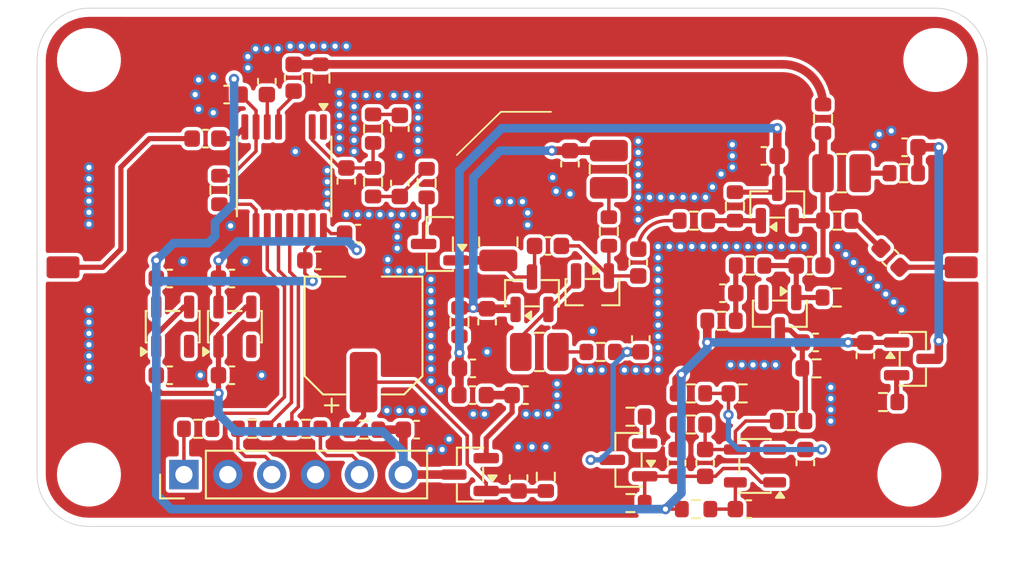
<source format=kicad_pcb>
(kicad_pcb (version 20241229) (generator "pcbnew") (generator_version "9.0")
  (layers (0 "F.Cu" signal) (4 "In1.Cu" signal) (6 "In2.Cu" signal) (2 "B.Cu" signal) (13 "F.Paste" user) (15 "B.Paste" user) (5 "F.SilkS" user "F.Silkscreen") (7 "B.SilkS" user "B.Silkscreen") (1 "F.Mask" user) (3 "B.Mask" user) (25 "Edge.Cuts" user))
  (net 0 "")
  (net 1 "/PLL/Vcp")
  (net 2 "/PLL/Vdd")
  (net 3 "Earth")
  (net 4 "Net-(U1-RFinA)")
  (net 5 "Net-(U1-RFinB)")
  (net 6 "/PLL/REFin")
  (net 7 "Net-(C7-Pad1)")
  (net 8 "Net-(U1-REFin)")
  (net 9 "Net-(U1-CP)")
  (net 10 "/PLL/VCOCTL")
  (net 11 "Net-(Q1-B)")
  (net 12 "/VCO/+10V")
  (net 13 "/power/+10Vin")
  (net 14 "Net-(D4-A)")
  (net 15 "Net-(Q9-E)")
  (net 16 "Net-(C19-Pad1)")
  (net 17 "Net-(D4-K)")
  (net 18 "Net-(DA2-+)")
  (net 19 "Net-(DA2-+Vs)")
  (net 20 "Net-(Q8-D)")
  (net 21 "Net-(D5-A1)")
  (net 22 "Net-(Q7-B)")
  (net 23 "Net-(C25-Pad1)")
  (net 24 "Net-(DA2--)")
  (net 25 "Net-(Q6-D)")
  (net 26 "Net-(Q7-C)")
  (net 27 "Net-(C30-Pad2)")
  (net 28 "Net-(Q9-C)")
  (net 29 "Net-(Q10-C)")
  (net 30 "Net-(C34-Pad1)")
  (net 31 "/VCO/VCOOUT")
  (net 32 "Net-(D5-K)")
  (net 33 "/PLL/LE")
  (net 34 "/PLL/CLK")
  (net 35 "/PLL/DATA")
  (net 36 "Net-(L9-Pad2)")
  (net 37 "Net-(Q6-S)")
  (net 38 "Net-(L10-Pad2)")
  (net 39 "Net-(L11-Pad2)")
  (net 40 "Net-(Q7-E)")
  (net 41 "Net-(Q9-B)")
  (net 42 "Net-(Q10-E)")
  (net 43 "/PLL/RFin")
  (net 44 "Net-(U1-CE)")
  (net 45 "Net-(U1-LE)")
  (net 46 "Net-(U1-CLK)")
  (net 47 "Net-(U1-DATA)")
  (footprint "Package_TO_SOT_SMD:SOT-23-5" (layer "F.Cu") (at 131.499999 126.9375 90)
    (property "Reference" "U3" (hide yes))
    (property "Value" "MCP1804x-5002xOT")
  )
  (footprint "Resistor_SMD:R_0603_1608Metric" (layer "F.Cu") (at 152.675 128.4)
    (property "Reference" "R35" (hide yes))
    (property "Value" "560")
  )
  (footprint "MountingHole:MountingHole_3.2mm_M3" (layer "F.Cu") (at 123.05 111.5)
    (property "Reference" "H2" (hide yes))
    (property "Value" "MountingHole")
  )
  (footprint "Resistor_SMD:R_0603_1608Metric" (layer "F.Cu") (at 157.900001 132.6 180)
    (property "Reference" "R30" (hide yes))
    (property "Value" "1 k")
  )
  (footprint "Capacitor_SMD:C_0603_1608Metric" (layer "F.Cu") (at 141.05 115.475 -90)
    (property "Reference" "C7" (hide yes))
    (property "Value" "2 nF")
  )
  (footprint "Resistor_SMD:R_0603_1608Metric" (layer "F.Cu") (at 138.975 132.9 180)
    (property "Reference" "R12" (hide yes))
    (property "Value" "1 k")
  )
  (footprint "Inductor_SMD:L_1008_2520Metric" (layer "F.Cu") (at 149.125 128.4)
    (property "Reference" "L10" (hide yes))
    (property "Value" "220 nH")
  )
  (footprint "Capacitor_SMD:C_0603_1608Metric" (layer "F.Cu") (at 133.35 112.725 -90)
    (property "Reference" "C3" (hide yes))
    (property "Value" "100 pF")
  )
  (footprint "Resistor_SMD:R_0603_1608Metric" (layer "F.Cu") (at 158.200001 137.5 180)
    (property "Reference" "R31" (hide yes))
    (property "Value" "100")
  )
  (footprint "Resistor_SMD:R_0603_1608Metric" (layer "F.Cu") (at 139.5 115.475 90)
    (property "Reference" "R11" (hide yes))
    (property "Value" "8.2 k")
  )
  (footprint "Resistor_SMD:R_0603_1608Metric" (layer "F.Cu") (at 169.025 131.3 180)
    (property "Reference" "R41" (hide yes))
    (property "Value" "220")
  )
  (footprint "Inductor_SMD:L_1008_2520Metric" (layer "F.Cu") (at 153.15 117.825 -90)
    (property "Reference" "L9" (hide yes))
    (property "Value" "2.2 uH")
  )
  (footprint "MountingHole:MountingHole_3.2mm_M3" (layer "F.Cu") (at 123.05 135.5)
    (property "Reference" "H1" (hide yes))
    (property "Value" "MountingHole")
  )
  (footprint "Capacitor_SMD:C_0603_1608Metric" (layer "F.Cu") (at 164.775 123.4 180)
    (property "Reference" "C18" (hide yes))
    (property "Value" "100 pF")
  )
  (footprint "Capacitor_SMD:C_0603_1608Metric" (layer "F.Cu") (at 150.9 117.525 -90)
    (property "Reference" "C27" (hide yes))
    (property "Value" "10 nF")
  )
  (footprint "Package_TO_SOT_SMD:SOT-23" (layer "F.Cu") (at 143.3625 122.15 180)
    (property "Reference" "D5" (hide yes))
    (property "Value" "SMV1253-004")
  )
  (footprint "Resistor_SMD:R_0603_1608Metric" (layer "F.Cu") (at 165.175 129.35)
    (property "Reference" "R24" (hide yes))
    (property "Value" "100 k")
  )
  (footprint "Resistor_SMD:R_0603_1608Metric" (layer "F.Cu") (at 161.325 123.4)
    (property "Reference" "R9" (hide yes))
    (property "Value" "100 k")
  )
  (footprint "Capacitor_SMD:C_0603_1608Metric" (layer "F.Cu") (at 148.325 130.9)
    (property "Reference" "C10" (hide yes))
    (property "Value" "1 uF")
  )
  (footprint "Capacitor_SMD:C_0603_1608Metric" (layer "F.Cu") (at 141.05 118.625 90)
    (property "Reference" "C8" (hide yes))
    (property "Value" "75 pF")
  )
  (footprint "Capacitor_SMD:C_0603_1608Metric" (layer "F.Cu") (at 162.125 117.05 180)
    (property "Reference" "C16" (hide yes))
    (property "Value" "10 nF")
  )
  (footprint "Resistor_SMD:R_0603_1608Metric" (layer "F.Cu") (at 144.5 126.675 -90)
    (property "Reference" "R37" (hide yes))
    (property "Value" "100")
  )
  (footprint "Resistor_SMD:R_0603_1608Metric" (layer "F.Cu") (at 166.375 120.8)
    (property "Reference" "R42" (hide yes))
    (property "Value" "49.9")
  )
  (footprint "Capacitor_SMD:C_0603_1608Metric" (layer "F.Cu") (at 168 128.625 90)
    (property "Reference" "C31" (hide yes))
    (property "Value" "10 nF")
  )
  (footprint "Package_TO_SOT_SMD:SOT-23" (layer "F.Cu") (at 170.75 128.8)
    (property "Reference" "Q10" (hide yes))
    (property "Value" "BC847C")
  )
  (footprint "Resistor_SMD:R_0603_1608Metric" (layer "F.Cu") (at 154.400001 132.15 180)
    (property "Reference" "R36" (hide yes))
    (property "Value" "100")
  )
  (footprint "Capacitor_SMD:CP_Elec_6.3x5.8" (layer "F.Cu") (at 138.95 127.45 90)
    (property "Reference" "C9" (hide yes))
    (property "Value" "100 uF x 16 V")
  )
  (footprint "Capacitor_SMD:C_0603_1608Metric" (layer "F.Cu") (at 159.725 125 180)
    (property "Reference" "C19" (hide yes))
    (property "Value" "1 nF")
  )
  (footprint "MountingHole:MountingHole_3.2mm_M3" (layer "F.Cu") (at 172.05 111.5)
    (property "Reference" "H3" (hide yes))
    (property "Value" "MountingHole")
  )
  (footprint "Package_TO_SOT_SMD:SOT-23" (layer "F.Cu") (at 163.05 126.1875 -90)
    (property "Reference" "D4" (hide yes))
    (property "Value" "BAT17")
  )
  (footprint "Resistor_SMD:R_0603_1608Metric" (layer "F.Cu") (at 165.55 114.9 90)
    (property "Reference" "R1" (hide yes))
    (property "Value" "49.9")
  )
  (footprint "Resistor_SMD:R_0603_1608Metric" (layer "F.Cu") (at 158.075 120.8)
    (property "Reference" "R38" (hide yes))
    (property "Value" "100")
  )
  (footprint "Resistor_SMD:R_0603_1608Metric" (layer "F.Cu") (at 166.35 125.25)
    (property "Reference" "R23" (hide yes))
    (property "Value" "10 k")
  )
  (footprint "Capacitor_SMD:C_0603_1608Metric" (layer "F.Cu") (at 137.95 118.525 -90)
    (property "Reference" "C6" (hide yes))
    (property "Value" "160 pF")
  )
  (footprint "Resistor_SMD:R_0603_1608Metric" (layer "F.Cu") (at 170.225 118.05)
    (property "Reference" "R40" (hide yes))
    (property "Value" "22")
  )
  (footprint "Capacitor_SMD:C_0603_1608Metric" (layer "F.Cu") (at 154.85 123.225 90)
    (property "Reference" "C30" (hide yes))
    (property "Value" "8.2 pF")
  )
  (footprint "Inductor_SMD:L_1008_2520Metric" (layer "F.Cu") (at 166.625 118.05)
    (property "Reference" "L11" (hide yes))
    (property "Value" "2.2 uH")
  )
  (footprint "Package_TO_SOT_SMD:SOT-23" (layer "F.Cu") (at 154.287501 134.65 180)
    (property "Reference" "Q7" (hide yes))
    (property "Value" "BC847C")
  )
  (footprint "Inductor_SMD:L_1008_2520Metric" (layer "F.Cu") (at 146.75 122.025 -90)
    (property "Reference" "L8" (hide yes))
    (property "Value" "220 nH")
  )
  (footprint "Resistor_SMD:R_0603_1608Metric" (layer "F.Cu") (at 160.45 119.975 -90)
    (property "Reference" "R39" (hide yes))
    (property "Value" "15 k")
  )
  (footprint "Resistor_SMD:R_0603_1608Metric" (layer "F.Cu") (at 153.15 121.425 -90)
    (property "Reference" "R34" (hide yes))
    (property "Value" "100")
  )
  (footprint "Capacitor_SMD:C_0603_1608Metric" (layer "F.Cu") (at 138.625 121.55)
    (property "Reference" "C1" (hide yes))
    (property "Value" "1 uF")
  )
  (footprint "Capacitor_SMD:C_0603_1608Metric" (layer "F.Cu") (at 134.9 112.525 -90)
    (property "Reference" "C4" (hide yes))
    (property "Value" "100 pF")
  )
  (footprint "Capacitor_SMD:C_0603_1608Metric" (layer "F.Cu") (at 129.8 116.05 180)
    (property "Reference" "C5" (hide yes))
    (property "Value" "1 nF")
  )
  (footprint "Capacitor_SMD:C_0603_1608Metric" (layer "F.Cu") (at 157.075001 134.825 -90)
    (property "Reference" "C25" (hide yes))
    (property "Value" "510 pF")
  )
  (footprint "Capacitor_SMD:C_0603_1608Metric" (layer "F.Cu") (at 131.025 113.5 180)
    (property "Reference" "C2" (hide yes))
    (property "Value" "1 uF")
  )
  (footprint "MountingHole:MountingHole_3.2mm_M3" (layer "F.Cu") (at 170.55 135.5)
    (property "Reference" "H4" (hide yes))
    (property "Value" "MountingHole")
  )
  (footprint "Capacitor_SMD:C_0603_1608Metric" (layer "F.Cu") (at 155 127.625 90)
    (property "Reference" "C29" (hide yes))
    (property "Value" "1 nF")
  )
  (footprint "Capacitor_SMD:C_0603_1608Metric" (layer "F.Cu") (at 170.275 116.55 180)
    (property "Reference" "C33" (hide yes))
    (property "Value" "10 nF")
  )
  (footprint "Capacitor_SMD:C_0603_1608Metric" (layer "F.Cu") (at 165.125 127.85 180)
    (property "Reference" "C21" (hide yes))
    (property "Value" "510 pF")
  )
  (footprint "Resistor_SMD:R_0603_1608Metric" (layer "F.Cu") (at 163.700001 132.4 180)
    (property "Reference" "R29" (hide yes))
    (property "Value" "1 k")
  )
  (footprint "Resistor_SMD:R_0603_1608Metric" (layer "F.Cu") (at 135.625 132.85 180)
    (property "Reference" "R6" (hide yes))
    (property "Value" "100")
  )
  (footprint "RF-connectors:RF-PCB-pin-place" (layer "F.Cu") (at 173.55 123.5)
    (property "Reference" "XS2" (hide yes))
    (property "Value" "~")
  )
  (footprint "Package_TO_SOT_SMD:SOT-23-5" (layer "F.Cu") (at 127.899999 126.9375 90)
    (property "Reference" "U2" (hide yes))
    (property "Value" "MCP1804x-3302xOT")
  )
  (footprint "Capacitor_SMD:C_0603_1608Metric" (layer "F.Cu") (at 146.1 126.675 -90)
    (property "Reference" "C28" (hide yes))
    (property "Value" "1 nF")
  )
  (footprint "Resistor_SMD:R_0603_1608Metric" (layer "F.Cu") (at 160.900001 130.8 180)
    (property "Reference" "R28" (hide yes))
    (property "Value" "1 k")
  )
  (footprint "Package_TO_SOT_SMD:SOT-23" (layer "F.Cu") (at 162.9 119.8625 90)
    (property "Reference" "Q9" (hide yes))
    (property "Value" "BFR92P")
  )
  (footprint "Capacitor_SMD:C_0603_1608Metric" (layer "F.Cu") (at 127.724998 124.15)
    (property "Reference" "C12" (hide yes))
    (property "Value" "1 uF")
  )
  (footprint "Capacitor_SMD:C_0603_1608Metric" (layer "F.Cu") (at 158.725001 134.825 -90)
    (property "Reference" "C26" (hide yes))
    (property "Value" "1 nF")
  )
  (footprint "Package_TO_SOT_SMD:SOT-23" (layer "F.Cu") (at 145.1125 135.5 180)
    (property "Reference" "Q1" (hide yes))
    (property "Value" "BC847C")
  )
  (footprint "Resistor_SMD:R_0603_1608Metric" (layer "F.Cu") (at 132.5 132.85)
    (property "Reference" "R8" (hide yes))
    (property "Value" "100")
  )
  (footprint "Package_TO_SOT_SMD:SOT-23" (layer "F.Cu") (at 152.2 124.9375 -90)
    (property "Reference" "Q8" (hide yes))
    (property "Value" "MMBFJ310")
  )
  (footprint "Capacitor_SMD:C_0603_1608Metric" (layer "F.Cu") (at 142.025 132.9)
    (property "Reference" "C15" (hide yes))
    (property "Value" "1 uF")
  )
  (footprint "Package_TO_SOT_SMD:SOT-23" (layer "F.Cu") (at 148.7 125 90)
    (property "Reference" "Q6" (hide yes))
    (property "Value" "MMBFJ310")
  )
  (footprint "Resistor_SMD:R_0603_1608Metric" (layer "F.Cu") (at 130.6 119.025 90)
    (property "Reference" "R5" (hide yes))
    (property "Value" "100")
  )
  (footprint "Capacitor_SMD:C_0603_1608Metric" (layer "F.Cu") (at 149.625 122.2625)
    (property "Reference" "C24" (hide yes))
    (property "Value" "10 pF")
  )
  (footprint "Resistor_SMD:R_0603_1608Metric" (layer "F.Cu") (at 136.45 112.575 -90)
    (property "Reference" "R3" (hide yes))
    (property "Value" "49.9")
  )
  (footprint "Resistor_SMD:R_0603_1608Metric" (layer "F.Cu") (at 159.675 126.6)
    (property "Reference" "R25" (hide yes))
    (property "Value" "1 k")
  )
  (footprint "Capacitor_SMD:C_0603_1608Metric" (layer "F.Cu") (at 147.924999 135.675 90)
    (property "Reference" "C17" (hide yes))
    (property "Value" "1 uF")
  )
  (footprint "Capacitor_SMD:C_0603_1608Metric" (layer "F.Cu") (at 169.451992 122.951992 -45)
    (property "Reference" "C34" (hide yes))
    (property "Value" "100 pF")
  )
  (footprint "Capacitor_SMD:C_0603_1608Metric" (layer "F.Cu") (at 164.525001 134.825 90)
    (property "Reference" "C22" (hide yes))
    (property "Value" "10 nF")
  )
  (footprint "Resistor_SMD:R_0603_1608Metric" (layer "F.Cu") (at 157.900001 130.8)
    (property "Reference" "R27" (hide yes))
    (property "Value" "3.3 k")
  )
  (footprint "Capacitor_SMD:C_0603_1608Metric" (layer "F.Cu") (at 131.325 124.15)
    (property "Reference" "C14" (hide yes))
    (property "Value" "1 uF")
  )
  (footprint "Resistor_SMD:R_0603_1608Metric" (layer "F.Cu") (at 129.375 132.85)
    (property "Reference" "R7" (hide yes))
    (property "Value" "100")
  )
  (footprint "Connector_PinHeader_2.54mm:PinHeader_1x06_P2.54mm_Vertical" (layer "F.Cu") (at 128.55 135.5 90)
    (property "Reference" "J3" (hide yes))
    (property "Value" "Conn_01x06_Pin")
  )
  (footprint "Resistor_SMD:R_0603_1608Metric" (layer "F.Cu") (at 142.6 118.625 -90)
    (property "Reference" "R4" (hide yes))
    (property "Value" "10 k")
  )
  (footprint "Capacitor_SMD:C_0603_1608Metric" (layer "F.Cu") (at 136.325 123.1)
    (property "Reference" "C20" (hide yes))
    (property "Value" "1 uF")
  )
  (footprint "Capacitor_SMD:C_0603_1608Metric" (layer "F.Cu") (at 127.724998 129.75)
    (property "Reference" "C11" (hide yes))
    (property "Value" "1 uF")
  )
  (footprint "Resistor_SMD:R_0603_1608Metric" (layer "F.Cu") (at 154.400001 137.15 180)
    (property "Reference" "R33" (hide yes))
    (property "Value" "100 k")
  )
  (footprint "Inductor_SMD:L_0603_1608Metric" (layer "F.Cu") (at 145.262499 130.9)
    (property "Reference" "L12" (hide yes))
    (property "Value" "1 uH")
  )
  (footprint "Capacitor_SMD:C_0603_1608Metric" (layer "F.Cu") (at 161.250001 137.5)
    (property "Reference" "C23" (hide yes))
    (property "Value" "10 nF")
  )
  (footprint "Capacitor_SMD:C_0603_1608Metric" (layer "F.Cu") (at 131.325 129.75)
    (property "Reference" "C13" (hide yes))
    (property "Value" "1 uF")
  )
  (footprint "RF-connectors:RF-PCB-pin-place" (layer "F.Cu") (at 121.55 123.5)
    (property "Reference" "XS1" (hide yes))
    (property "Value" "~")
  )
  (footprint "Capacitor_SMD:C_0603_1608Metric" (layer "F.Cu") (at 145.275 129.35)
    (property "Reference" "C32" (hide yes))
    (property "Value" "10 nF")
  )
  (footprint "Resistor_SMD:R_0603_1608Metric" (layer "F.Cu") (at 139.5 118.575 -90)
    (property "Reference" "R10" (hide yes))
    (property "Value" "15 k")
  )
  (footprint "Package_SO:TSSOP-16_4.4x5mm_P0.65mm" (layer "F.Cu") (at 134.35 118.237499 -90)
    (property "Reference" "U1" (hide yes))
    (property "Value" "ADF4116")
  )
  (footprint "Resistor_SMD:R_0603_1608Metric" (layer "F.Cu") (at 149.5 135.625 90)
    (property "Reference" "R2" (hide yes))
    (property "Value" "1 k")
  )
  (footprint "Package_TO_SOT_SMD:SOT-23-5" (layer "F.Cu") (at 161.612501 134.999999 180)
    (property "Reference" "DA2" (hide yes))
    (property "Value" "MCP6006T")
  )
  (gr_line (start 149.8 114.5) (end 146.9 114.5) (stroke (width 0.1)) (layer "F.SilkS"))
  (gr_line (start 146.9 114.5) (end 144.35 117) (stroke (width 0.1)) (layer "F.SilkS"))
  (gr_line (start 123.05 108.5) (end 172.110296 108.500607) (stroke (width 0.05)) (layer "Edge.Cuts"))
  (gr_arc (start 120.05 111.5) (mid 120.92868 109.37868) (end 123.05 108.5) (stroke (width 0.05)) (layer "Edge.Cuts"))
  (gr_arc (start 123.05 138.5) (mid 120.92868 137.62132) (end 120.05 135.5) (stroke (width 0.05)) (layer "Edge.Cuts"))
  (gr_line (start 172.05 138.5) (end 123.05 138.5) (stroke (width 0.05)) (layer "Edge.Cuts"))
  (gr_line (start 175.05 111.5) (end 175.05 135.5) (stroke (width 0.05)) (layer "Edge.Cuts"))
  (gr_arc (start 175.05 135.5) (mid 174.17132 137.62132) (end 172.05 138.5) (stroke (width 0.05)) (layer "Edge.Cuts"))
  (gr_line (start 120.05 135.5) (end 120.05 111.5) (stroke (width 0.05)) (layer "Edge.Cuts"))
  (gr_arc (start 172.110332 108.500607) (mid 174.192545 109.400119) (end 175.05 111.5) (stroke (width 0.05)) (layer "Edge.Cuts"))
  (segment (start 137.85 121.793739) (end 138.556261 122.5) (width 0.2) (layer "F.Cu") (net 1))
  (segment (start 130.55 124.15) (end 130.55 123.1) (width 0.3) (layer "F.Cu") (net 1))
  (segment (start 136.625 121.099999) (end 137.075001 121.55) (width 0.2) (layer "F.Cu") (net 1))
  (segment (start 137.075001 121.55) (end 137.85 121.55) (width 0.2) (layer "F.Cu") (net 1))
  (segment (start 130.55 124.15) (end 130.55 125.8) (width 0.3) (layer "F.Cu") (net 1))
  (segment (start 137.85 121.55) (end 137.85 121.793739) (width 0.2) (layer "F.Cu") (net 1))
  (segment (start 137.75 121.65) (end 137.85 121.55) (width 0.2) (layer "F.Cu") (net 1))
  (via (at 130.55 123.1) (size 0.6) (drill 0.3) (layers "F.Cu" "B.Cu") (net 1))
  (via (at 138.556261 122.5) (size 0.6) (drill 0.3) (layers "F.Cu" "B.Cu") (net 1))
  (segment (start 138.056261 122) (end 138.556261 122.5) (width 0.5) (layer "B.Cu") (net 1))
  (segment (start 130.55 123.1) (end 131.65 122) (width 0.5) (layer "B.Cu") (net 1))
  (segment (start 131.65 122) (end 138.056261 122) (width 0.5) (layer "B.Cu") (net 1))
  (segment (start 157.375001 137.5) (end 156.425001 137.5) (width 0.2) (layer "F.Cu") (net 2))
  (segment (start 131.449997 113.149997) (end 131.449997 112.6) (width 0.2) (layer "F.Cu") (net 2))
  (segment (start 168 127.85) (end 167 127.85) (width 0.5) (layer "F.Cu") (net 2))
  (segment (start 135.55 123.85) (end 136 124.3) (width 0.2) (layer "F.Cu") (net 2))
  (segment (start 132.725 116.775) (end 131.3 118.2) (width 0.2) (layer "F.Cu") (net 2))
  (segment (start 135.55 122.45) (end 135.55 123.1) (width 0.2) (layer "F.Cu") (net 2))
  (segment (start 157.075001 129.974999) (end 157.35 129.7) (width 0.5) (layer "F.Cu") (net 2))
  (segment (start 126.949998 125.799998) (end 126.95 125.8) (width 0.3) (layer "F.Cu") (net 2))
  (segment (start 126.949998 124.15) (end 126.949998 125.799998) (width 0.3) (layer "F.Cu") (net 2))
  (segment (start 169.8125 127.85) (end 168 127.85) (width 0.3) (layer "F.Cu") (net 2))
  (segment (start 132.725 115.374999) (end 132.725 116.775) (width 0.2) (layer "F.Cu") (net 2))
  (segment (start 132.725 114.425) (end 132.725 115.374999) (width 0.2) (layer "F.Cu") (net 2))
  (segment (start 135.975 122.025) (end 135.55 122.45) (width 0.2) (layer "F.Cu") (net 2))
  (segment (start 158.85 126.6) (end 158.85 127.85) (width 0.5) (layer "F.Cu") (net 2))
  (segment (start 135.975 121.099999) (end 135.975 122.025) (width 0.2) (layer "F.Cu") (net 2))
  (segment (start 169.9 127.824999) (end 169.874999 127.85) (width 0.2) (layer "F.Cu") (net 2))
  (segment (start 131.8 113.5) (end 131.449997 113.149997) (width 0.2) (layer "F.Cu") (net 2))
  (segment (start 157.075001 130.8) (end 157.075001 129.974999) (width 0.5) (layer "F.Cu") (net 2))
  (segment (start 135.55 123.1) (end 135.55 123.85) (width 0.2) (layer "F.Cu") (net 2))
  (segment (start 126.949998 123.100002) (end 126.95 123.1) (width 0.3) (layer "F.Cu") (net 2))
  (segment (start 131.8 113.5) (end 132.725 114.425) (width 0.2) (layer "F.Cu") (net 2))
  (segment (start 131.3 118.2) (end 130.6 118.2) (width 0.2) (layer "F.Cu") (net 2))
  (segment (start 126.949998 124.15) (end 126.949998 123.100002) (width 0.3) (layer "F.Cu") (net 2))
  (via (at 158.85 127.85) (size 0.6) (drill 0.3) (layers "F.Cu" "B.Cu") (net 2))
  (via (at 156.425001 137.5) (size 0.6) (drill 0.3) (layers "F.Cu" "B.Cu") (net 2))
  (via (at 167 127.85) (size 0.6) (drill 0.3) (layers "F.Cu" "B.Cu") (net 2))
  (via (at 157.35 129.7) (size 0.6) (drill 0.3) (layers "F.Cu" "B.Cu") (net 2))
  (via (at 126.95 123.1) (size 0.6) (drill 0.3) (layers "F.Cu" "B.Cu") (net 2))
  (via (at 136 124.3) (size 0.6) (drill 0.3) (layers "F.Cu" "B.Cu") (net 2))
  (via (at 131.449997 112.6) (size 0.6) (drill 0.3) (layers "F.Cu" "B.Cu") (net 2))
  (segment (start 130.35 120.9) (end 131.449997 119.800003) (width 0.5) (layer "B.Cu") (net 2))
  (segment (start 126.95 124.3) (end 126.95 123.1) (width 0.5) (layer "B.Cu") (net 2))
  (segment (start 127.8 137.5) (end 126.95 136.65) (width 0.5) (layer "B.Cu") (net 2))
  (segment (start 158.85 128.2) (end 157.35 129.7) (width 0.5) (layer "B.Cu") (net 2))
  (segment (start 156.425001 137.5) (end 127.8 137.5) (width 0.5) (layer "B.Cu") (net 2))
  (segment (start 130.35 121.7) (end 130.35 120.9) (width 0.5) (layer "B.Cu") (net 2))
  (segment (start 127.95 122.1) (end 129.95 122.1) (width 0.5) (layer "B.Cu") (net 2))
  (segment (start 157.35 129.7) (end 157.35 136.575001) (width 0.5) (layer "B.Cu") (net 2))
  (segment (start 131.449997 119.800003) (end 131.449997 112.6) (width 0.5) (layer "B.Cu") (net 2))
  (segment (start 129.95 122.1) (end 130.35 121.7) (width 0.5) (layer "B.Cu") (net 2))
  (segment (start 126.95 136.65) (end 126.95 124.3) (width 0.5) (layer "B.Cu") (net 2))
  (segment (start 157.35 136.575001) (end 156.425001 137.5) (width 0.5) (layer "B.Cu") (net 2))
  (segment (start 136 124.3) (end 126.95 124.3) (width 0.5) (layer "B.Cu") (net 2))
  (segment (start 167 127.85) (end 158.85 127.85) (width 0.5) (layer "B.Cu") (net 2))
  (segment (start 126.95 123.1) (end 127.95 122.1) (width 0.5) (layer "B.Cu") (net 2))
  (segment (start 158.85 127.85) (end 158.85 128.2) (width 0.5) (layer "B.Cu") (net 2))
  (segment (start 128.499998 123.15) (end 128.499998 124.15) (width 0.3) (layer "F.Cu") (net 3))
  (segment (start 134.675 115.374999) (end 134.675 116.475) (width 0.2) (layer "F.Cu") (net 3))
  (segment (start 134.675 116.475) (end 135 116.8) (width 0.2) (layer "F.Cu") (net 3))
  (segment (start 146.1 128.4) (end 146.1 127.45) (width 0.5) (layer "F.Cu") (net 3))
  (segment (start 131.499999 128.075) (end 131.499999 129.149999) (width 0.3) (layer "F.Cu") (net 3))
  (segment (start 127.899999 128.075) (end 127.899999 129.150001) (width 0.3) (layer "F.Cu") (net 3))
  (segment (start 135.325 116.475) (end 135 116.8) (width 0.2) (layer "F.Cu") (net 3))
  (segment (start 128.499998 129.75) (end 129.5 129.75) (width 0.3) (layer "F.Cu") (net 3))
  (segment (start 146.1 128.4) (end 146.1 129.3) (width 0.5) (layer "F.Cu") (net 3))
  (segment (start 146.1 129.3) (end 146.05 129.35) (width 0.5) (layer "F.Cu") (net 3))
  (segment (start 135.325 115.374999) (end 135.325 116.475) (width 0.2) (layer "F.Cu") (net 3))
  (segment (start 141.05 117.85) (end 141.05 117.05) (width 0.2) (layer "F.Cu") (net 3))
  (segment (start 132.1 124.15) (end 132.1 123.15) (width 0.3) (layer "F.Cu") (net 3))
  (segment (start 141.05 116.25) (end 141.05 117.05) (width 0.2) (layer "F.Cu") (net 3))
  (segment (start 127.899999 129.150001) (end 128.499998 129.75) (width 0.3) (layer "F.Cu") (net 3))
  (segment (start 132.1 129.75) (end 133.05 129.75) (width 0.3) (layer "F.Cu") (net 3))
  (segment (start 131.499999 129.149999) (end 132.1 129.75) (width 0.3) (layer "F.Cu") (net 3))
  (via (at 140.35 123.050002) (size 0.6) (drill 0.3) (layers "F.Cu" "B.Cu") (net 3))
  (via (at 148.45 120.35) (size 0.6) (drill 0.3) (layers "F.Cu" "B.Cu") (net 3))
  (via (at 156 126.85) (size 0.6) (drill 0.3) (layers "F.Cu" "B.Cu") (net 3))
  (via (at 142.1 113.55) (size 0.6) (drill 0.3) (layers "F.Cu" "B.Cu") (net 3))
  (via (at 166.4 122.3) (size 0.6) (drill 0.3) (layers "F.Cu" "B.Cu") (net 3))
  (via (at 149.5 133.9) (size 0.6) (drill 0.3) (layers "F.Cu" "B.Cu") (net 3))
  (via (at 152.75 129.45) (size 0.6) (drill 0.3) (layers "F.Cu" "B.Cu") (net 3))
  (via (at 143.5 134.05) (size 0.6) (drill 0.3) (layers "F.Cu" "B.Cu") (net 3))
  (via (at 142.85 126.800002) (size 0.6) (drill 0.3) (layers "F.Cu" "B.Cu") (net 3))
  (via (at 123.05 127.98076) (size 0.6) (drill 0.3) (layers "F.Cu" "B.Cu") (net 3))
  (via (at 154.85 120.75) (size 0.6) (drill 0.3) (layers "F.Cu" "B.Cu") (net 3))
  (via (at 142.1 114.849998) (size 0.6) (drill 0.3) (layers "F.Cu" "B.Cu") (net 3))
  (via (at 147.45 119.7) (size 0.6) (drill 0.3) (layers "F.Cu" "B.Cu") (net 3))
  (via (at 151.449998 129.45) (size 0.6) (drill 0.3) (layers "F.Cu" "B.Cu") (net 3))
  (via (at 139.899999 120.45) (size 0.6) (drill 0.3) (layers "F.Cu" "B.Cu") (net 3))
  (via (at 137.55 113.400001) (size 0.6) (drill 0.3) (layers "F.Cu" "B.Cu") (net 3))
  (via (at 142.85 129.4) (size 0.6) (drill 0.3) (layers "F.Cu" "B.Cu") (net 3))
  (via (at 154.850003 118.15) (size 0.6) (drill 0.3) (layers "F.Cu" "B.Cu") (net 3))
  (via (at 130.25 114.55) (size 0.6) (drill 0.3) (layers "F.Cu" "B.Cu") (net 3))
  (via (at 123.05 119.669239) (size 0.6) (drill 0.3) (layers "F.Cu" "B.Cu") (net 3))
  (via (at 142.85 127.45) (size 0.6) (drill 0.3) (layers "F.Cu" "B.Cu") (net 3))
  (via (at 150.1 119.1) (size 0.6) (drill 0.3) (layers "F.Cu" "B.Cu") (net 3))
  (via (at 157.45 119.45) (size 0.6) (drill 0.3) (layers "F.Cu" "B.Cu") (net 3))
  (via (at 154.85 117.5) (size 0.6) (drill 0.3) (layers "F.Cu" "B.Cu") (net 3))
  (via (at 123.05 120.319237) (size 0.6) (drill 0.3) (layers "F.Cu" "B.Cu") (net 3))
  (via (at 123.05 126) (size 0.6) (drill 0.3) (layers "F.Cu" "B.Cu") (net 3))
  (via (at 148.45 121.05) (size 0.6) (drill 0.3) (layers "F.Cu" "B.Cu") (net 3))
  (via (at 160.299996 116.399999) (size 0.6) (drill 0.3) (layers "F.Cu" "B.Cu") (net 3))
  (via (at 142.1 116.15) (size 0.6) (drill 0.3) (layers "F.Cu" "B.Cu") (net 3))
  (via (at 148.999999 132) (size 0.6) (drill 0.3) (layers "F.Cu" "B.Cu") (net 3))
  (via (at 137.95 110.7) (size 0.6) (drill 0.3) (layers "F.Cu" "B.Cu") (net 3))
  (via (at 141.4 113.55) (size 0.6) (drill 0.3) (layers "F.Cu" "B.Cu") (net 3))
  (via (at 140.3 131.8) (size 0.6) (drill 0.3) (layers "F.Cu" "B.Cu") (net 3))
  (via (at 166.859618 122.759622) (size 0.6) (drill 0.3) (layers "F.Cu" "B.Cu") (net 3))
  (via (at 161.500001 129.15) (size 0.6) (drill 0.3) (layers "F.Cu" "B.Cu") (net 3))
  (via (at 169.180758 125.05) (size 0.6) (drill 0.3) (layers "F.Cu" "B.Cu") (net 3))
  (via (at 167.778855 123.678861) (size 0.6) (drill 0.3) (layers "F.Cu" "B.Cu") (net 3))
  (via (at 134 110.85) (size 0.6) (drill 0.3) (layers "F.Cu" "B.Cu") (net 3))
  (via (at 162.15 129.15) (size 0.6) (drill 0.3) (layers "F.Cu" "B.Cu") (net 3))
  (via (at 141.649998 123.7) (size 0.6) (drill 0.3) (layers "F.Cu" "B.Cu") (net 3))
  (via (at 134.7 110.7) (size 0.6) (drill 0.3) (layers "F.Cu" "B.Cu") (net 3))
  (via (at 138.4 114.200002) (size 0.6) (drill 0.3) (layers "F.Cu" "B.Cu") (net 3))
  (via (at 154.850003 119.45) (size 0.6) (drill 0.3) (layers "F.Cu" "B.Cu") (net 3))
  (via (at 138.4 116.150002) (size 0.6) (drill 0.3) (layers "F.Cu" "B.Cu") (net 3))
  (via (at 160.85 129.150003) (size 0.6) (drill 0.3) (layers "F.Cu" "B.Cu") (net 3))
  (via (at 143.9 133.45) (size 0.6) (drill 0.3) (layers "F.Cu" "B.Cu") (net 3))
  (via (at 123.05 119.01924) (size 0.6) (drill 0.3) (layers "F.Cu" "B.Cu") (net 3))
  (via (at 141.7 131.8) (size 0.6) (drill 0.3) (layers "F.Cu" "B.Cu") (net 3))
  (via (at 129.4 114.35) (size 0.6) (drill 0.3) (layers "F.Cu" "B.Cu") (net 3))
  (via (at 145.949999 132) (size 0.6) (drill 0.3) (layers "F.Cu" "B.Cu") (net 3))
  (via (at 133.05 129.75) (size 0.6) (drill 0.3) (layers "F.Cu" "B.Cu") (net 3))
  (via (at 155.999997 122.95) (size 0.6) (drill 0.3) (layers "F.Cu" "B.Cu") (net 3))
  (via (at 142.299997 123.7) (size 0.6) (drill 0.3) (layers "F.Cu" "B.Cu") (net 3))
  (via (at 137.55 114.049999) (size 0.6) (drill 0.3) (layers "F.Cu" "B.Cu") (net 3))
  (via (at 141.05 117.05) (size 0.6) (drill 0.3) (layers "F.Cu" "B.Cu") (net 3))
  (via (at 158.599999 122.299997) (size 0.6) (drill 0.3) (layers "F.Cu" "B.Cu") (net 3))
  (via (at 142.85 128.750002) (size 0.6) (drill 0.3) (layers "F.Cu" "B.Cu") (net 3))
  (via (at 140.7 113.55) (size 0.6) (drill 0.3) (layers "F.Cu" "B.Cu") (net 3))
  (via (at 168.698097 124.598097) (size 0.6) (drill 0.3) (layers "F.Cu" "B.Cu") (net 3))
  (via (at 166 131.1) (size 0.6) (drill 0.3) (layers "F.Cu" "B.Cu") (net 3))
  (via (at 140.550003 120.45) (size 0.6) (drill 0.3) (layers "F.Cu" "B.Cu") (net 3))
  (via (at 160.55 122.299996) (size 0.6) (drill 0.3) (layers "F.Cu" "B.Cu") (net 3))
  (via (at 161.2 122.3) (size 0.6) (drill 0.3) (layers "F.Cu" "B.Cu") (net 3))
  (via (at 129.2 113.5) (size 0.6) (drill 0.3) (layers "F.Cu" "B.Cu") (net 3))
  (via (at 155.999997 129.45) (size 0.6) (drill 0.3) (layers "F.Cu" "B.Cu") (net 3))
  (via (at 163.15 122.3) (size 0.6) (drill 0.3) (layers "F.Cu" "B.Cu") (net 3))
  (via (at 132.7 110.85) (size 0.6) (drill 0.3) (layers "F.Cu" "B.Cu") (net 3))
  (via (at 159.65 118.1) (size 0.6) (drill 0.3) (layers "F.Cu" "B.Cu") (net 3))
  (via (at 137.95 120.45) (size 0.6) (drill 0.3) (layers "F.Cu" "B.Cu") (net 3))
  (via (at 166 132.4) (size 0.6) (drill 0.3) (layers "F.Cu" "B.Cu") (net 3))
  (via (at 142.1 115.499998) (size 0.6) (drill 0.3) (layers "F.Cu" "B.Cu") (net 3))
  (via (at 152.2 127.2) (size 0.6) (drill 0.3) (layers "F.Cu" "B.Cu") (net 3))
  (via (at 123.05 117.719239) (size 0.6) (drill 0.3) (layers "F.Cu" "B.Cu") (net 3))
  (via (at 123.05 129.95) (size 0.6) (drill 0.3) (layers "F.Cu" "B.Cu") (net 3))
  (via (at 137.55 115.350002) (size 0.6) (drill 0.3) (layers "F.Cu" "B.Cu") (net 3))
  (via (at 156.65 122.3) (size 0.6) (drill 0.3) (layers "F.Cu" "B.Cu") (net 3))
  (via (at 136.65 110.7) (size 0.6) (drill 0.3) (layers "F.Cu" "B.Cu") (net 3))
  (via (at 155.35 129.45) (size 0.6) (drill 0.3) (layers "F.Cu" "B.Cu") (net 3))
  (via (at 146.75 119.7) (size 0.6) (drill 0.3) (layers "F.Cu" "B.Cu") (net 3))
  (via (at 138.4 113.55) (size 0.6) (drill 0.3) (layers "F.Cu" "B.Cu") (net 3))
  (via (at 156 128.15) (size 0.6) (drill 0.3) (layers "F.Cu" "B.Cu") (net 3))
  (via (at 142.1 116.799998) (size 0.6) (drill 0.3) (layers "F.Cu" "B.Cu") (net 3))
  (via (at 136.85 118.55) (size 0.6) (drill 0.3) (layers "F.Cu" "B.Cu") (net 3))
  (via (at 150.15 130.249997) (size 0.6) (drill 0.3) (layers "F.Cu" "B.Cu") (net 3))
  (via (at 154.05 129.45) (size 0.6) (drill 0.3) (layers "F.Cu" "B.Cu") (net 3))
  (via (at 135 116.8) (size 0.6) (drill 0.3) (layers "F.Cu" "B.Cu") (net 3))
  (via (at 148.35 132) (size 0.6) (drill 0.3) (layers "F.Cu" "B.Cu") (net 3))
  (via (at 157.95 122.3) (size 0.6) (drill 0.3) (layers "F.Cu" "B.Cu") (net 3))
  (via (at 142.4 131.8) (size 0.6) (drill 0.3) (layers "F.Cu" "B.Cu") (net 3))
  (via (at 149.650002 132) (size 0.6) (drill 0.3) (layers "F.Cu" "B.Cu") (net 3))
  (via (at 123.05 127.330761) (size 0.6) (drill 0.3) (layers "F.Cu" "B.Cu") (net 3))
  (via (at 155.5 119.45) (size 0.6) (drill 0.3) (layers "F.Cu" "B.Cu") (net 3))
  (via (at 138.4 116.8) (size 0.6) (drill 0.3) (layers "F.Cu" "B.Cu") (net 3))
  (via (at 155.999997 127.5) (size 0.6) (drill 0.3) (layers "F.Cu" "B.Cu") (net 3))
  (via (at 132.1 123.15) (size 0.6) (drill 0.3) (layers "F.Cu" "B.Cu") (net 3))
  (via (at 123.05 129.280761) (size 0.6) (drill 0.3) (layers "F.Cu" "B.Cu") (net 3))
  (via (at 142.85 124.2) (size 0.6) (drill 0.3) (layers "F.Cu" "B.Cu") (net 3))
  (via (at 157.3 122.299996) (size 0.6) (drill 0.3) (layers "F.Cu" "B.Cu") (net 3))
  (via (at 156 128.8) (size 0.6) (drill 0.3) (layers "F.Cu" "B.Cu") (net 3))
  (via (at 154.850003 120.1) (size 0.6) (drill 0.3) (layers "F.Cu" "B.Cu") (net 3))
  (via (at 132.25 111.95) (size 0.6) (drill 0.3) (layers "F.Cu" "B.Cu") (net 3))
  (via (at 145.3 132) (size 0.6) (drill 0.3) (layers "F.Cu" "B.Cu") (net 3))
  (via (at 149.9 118.3) (size 0.6) (drill 0.3) (layers "F.Cu" "B.Cu") (net 3))
  (via (at 158.75 119.449997) (size 0.6) (drill 0.3) (layers "F.Cu" "B.Cu") (net 3))
  (via (at 146.1 128.4) (size 0.6) (drill 0.3) (layers "F.Cu" "B.Cu") (net 3))
  (via (at 132.25 111.3) (size 0.6) (drill 0.3) (layers "F.Cu" "B.Cu") (net 3))
  (via (at 142.85 128.100003) (size 0.6) (drill 0.3) (layers "F.Cu" "B.Cu") (net 3))
  (via (at 156 123.6) (size 0.6) (drill 0.3) (layers "F.Cu" "B.Cu") (net 3))
  (via (at 159.15 118.85) (size 0.6) (drill 0.3) (layers "F.Cu" "B.Cu") (net 3))
  (via (at 160.3 117.05) (size 0.6) (drill 0.3) (layers "F.Cu" "B.Cu") (net 3))
  (via (at 160.2 129.15) (size 0.6) (drill 0.3) (layers "F.Cu" "B.Cu") (net 3))
  (via (at 137.55 116.65) (size 0.6) (drill 0.3) (layers "F.Cu" "B.Cu") (net 3))
  (via (at 136.85 119.85) (size 0.6) (drill 0.3) (layers "F.Cu" "B.Cu") (net 3))
  (via (at 159.25 122.3) (size 0.6) (drill 0.3) (layers "F.Cu" "B.Cu") (net 3))
  (via (at 135.35 110.7) (size 0.6) (drill 0.3) (layers "F.Cu" "B.Cu") (net 3))
  (via (at 156 124.9) (size 0.6) (drill 0.3) (layers "F.Cu" "B.Cu") (net 3))
  (via (at 159.9 122.299997) (size 0.6) (drill 0.3) (layers "F.Cu" "B.Cu") (net 3))
  (via (at 168.8 115.8) (size 0.6) (drill 0.3) (layers "F.Cu" "B.Cu") (net 3))
  (via (at 140.9 121.749999) (size 0.6) (drill 0.3) (layers "F.Cu" "B.Cu") (net 3))
  (via (at 156.8 119.449996) (size 0.6) (drill 0.3) (layers "F.Cu" "B.Cu") (net 3))
  (via (at 150.15 130.9) (size 0.6) (drill 0.3) (layers "F.Cu" "B.Cu") (net 3))
  (via (at 128.499998 123.15) (size 0.6) (drill 0.3) (layers "F.Cu" "B.Cu") (net 3))
  (via (at 123.05 118.369237) (size 0.6) (drill 0.3) (layers "F.Cu" "B.Cu") (net 3))
  (via (at 138.4 114.85) (size 0.6) (drill 0.3) (layers "F.Cu" "B.Cu") (net 3))
  (via (at 141 131.8) (size 0.6) (drill 0.3) (layers "F.Cu" "B.Cu") (net 3))
  (via (at 148.15 119.7) (size 0.6) (drill 0.3) (layers "F.Cu" "B.Cu") (net 3))
  (via (at 136.85 119.2) (size 0.6) (drill 0.3) (layers "F.Cu" "B.Cu") (net 3))
  (via (at 168.238478 124.138478) (size 0.6) (drill 0.3) (layers "F.Cu" "B.Cu") (net 3))
  (via (at 162.5 122.299996) (size 0.6) (drill 0.3) (layers "F.Cu" "B.Cu") (net 3))
  (via (at 148.7 133.9) (size 0.6) (drill 0.3) (layers "F.Cu" "B.Cu") (net 3))
  (via (at 137.3 110.7) (size 0.6) (drill 0.3) (layers "F.Cu" "B.Cu") (net 3))
  (via (at 131.25 121.1) (size 0.6) (drill 0.3) (layers "F.Cu" "B.Cu") (net 3))
  (via (at 155.999997 124.25) (size 0.6) (drill 0.3) (layers "F.Cu" "B.Cu") (net 3))
  (via (at 139.8 113.55) (size 0.6) (drill 0.3) (layers "F.Cu" "B.Cu") (net 3))
  (via (at 137.55 114.699999) (size 0.6) (drill 0.3) (layers "F.Cu" "B.Cu") (net 3))
  (via (at 158.1 119.449996) (size 0.6) (drill 0.3) (layers "F.Cu" "B.Cu") (net 3))
  (via (at 129.4 112.65) (size 0.6) (drill 0.3) (layers "F.Cu" "B.Cu") (net 3))
  (via (at 142.1 114.2) (size 0.6) (drill 0.3) (layers "F.Cu" "B.Cu") (net 3))
  (via (at 170.1 125.969236) (size 0.6) (drill 0.3) (layers "F.Cu" "B.Cu") (net 3))
  (via (at 167.319239 123.219239) (size 0.6) (drill 0.3) (layers "F.Cu" "B.Cu") (net 3))
  (via (at 169.640381 125.509617) (size 0.6) (drill 0.3) (layers "F.Cu" "B.Cu") (net 3))
  (via (at 123.05 126.680763) (size 0.6) (drill 0.3) (layers "F.Cu" "B.Cu") (net 3))
  (via (at 140.9 122.399997) (size 0.6) (drill 0.3) (layers "F.Cu" "B.Cu") (net 3))
  (via (at 138.600001 120.45) (size 0.6) (drill 0.3) (layers "F.Cu" "B.Cu") (net 3))
  (via (at 164.45 122.3) (size 0.6) (drill 0.3) (layers "F.Cu" "B.Cu") (net 3))
  (via (at 142.85 130.080763) (size 0.6) (drill 0.3) (layers "F.Cu" "B.Cu") (net 3))
  (via (at 139.1 113.55) (size 0.6) (drill 0.3) (layers "F.Cu" "B.Cu") (net 3))
  (via (at 123.05 121) (size 0.6) (drill 0.3) (layers "F.Cu" "B.Cu") (net 3))
  (via (at 123.05 128.630762) (size 0.6) (drill 0.3) (layers "F.Cu" "B.Cu") (net 3))
  (via (at 138.4 115.5) (size 0.6) (drill 0.3) (layers "F.Cu" "B.Cu") (net 3))
  (via (at 162.8 129.150004) (size 0.6) (drill 0.3) (layers "F.Cu" "B.Cu") (net 3))
  (via (at 142.8 134.05) (size 0.6) (drill 0.3) (layers "F.Cu" "B.Cu") (net 3))
  (via (at 161.85 122.3) (size 0.6) (drill 0.3) (layers "F.Cu" "B.Cu") (net 3))
  (via (at 141.200001 120.45) (size 0.6) (drill 0.3) (layers "F.Cu" "B.Cu") (net 3))
  (via (at 154.850004 116.85) (size 0.6) (drill 0.3) (layers "F.Cu" "B.Cu") (net 3))
  (via (at 156 122.3) (size 0.6) (drill 0.3) (layers "F.Cu" "B.Cu") (net 3))
  (via (at 141.85 120.45) (size 0.6) (drill 0.3) (layers "F.Cu" "B.Cu") (net 3))
  (via (at 165.999997 131.75) (size 0.6) (drill 0.3) (layers "F.Cu" "B.Cu") (net 3))
  (via (at 133.35 110.85) (size 0.6) (drill 0.3) (layers "F.Cu" "B.Cu") (net 3))
  (via (at 129.5 129.75) (size 0.6) (drill 0.3) (layers "F.Cu" "B.Cu") (net 3))
  (via (at 142.85 124.849999) (size 0.6) (drill 0.3) (layers "F.Cu" "B.Cu") (net 3))
  (via (at 140.35 123.7) (size 0.6) (drill 0.3) (layers "F.Cu" "B.Cu") (net 3))
  (via (at 136.85 117.9) (size 0.6) (drill 0.3) (layers "F.Cu" "B.Cu") (net 3))
  (via (at 154.7 129.45) (size 0.6) (drill 0.3) (layers "F.Cu" "B.Cu") (net 3))
  (via (at 141 123.7) (size 0.6) (drill 0.3) (layers "F.Cu" "B.Cu") (net 3))
  (via (at 136 110.7) (size 0.6) (drill 0.3) (layers "F.Cu" "B.Cu") (net 3))
  (via (at 160.299996 117.7) (size 0.6) (drill 0.3) (layers "F.Cu" "B.Cu") (net 3))
  (via (at 150.9 119.25) (size 0.6) (drill 0.3) (layers "F.Cu" "B.Cu") (net 3))
  (via (at 154.85 116.2) (size 0.6) (drill 0.3) (layers "F.Cu" "B.Cu") (net 3))
  (via (at 142.85 126.150003) (size 0.6) (drill 0.3) (layers "F.Cu" "B.Cu") (net 3))
  (via (at 156 125.55) (size 0.6) (drill 0.3) (layers "F.Cu" "B.Cu") (net 3))
  (via (at 165.999997 130.45) (size 0.6) (drill 0.3) (layers "F.Cu" "B.Cu") (net 3))
  (via (at 155.999997 126.2) (size 0.6) (drill 0.3) (layers "F.Cu" "B.Cu") (net 3))
  (via (at 163.799999 122.299997) (size 0.6) (drill 0.3) (layers "F.Cu" "B.Cu") (net 3))
  (via (at 143.4 130.6) (size 0.6) (drill 0.3) (layers "F.Cu" "B.Cu") (net 3))
  (via (at 137.55 116) (size 0.6) (drill 0.3) (layers "F.Cu" "B.Cu") (net 3))
  (via (at 147.9 133.9) (size 0.6) (drill 0.3) (layers "F.Cu" "B.Cu") (net 3))
  (via (at 156.15 119.45) (size 0.6) (drill 0.3) (layers "F.Cu" "B.Cu") (net 3))
  (via (at 154.85 118.8) (size 0.6) (drill 0.3) (layers "F.Cu" "B.Cu") (net 3))
  (via (at 130.25 112.5) (size 0.6) (drill 0.3) (layers "F.Cu" "B.Cu") (net 3))
  (via (at 152.100001 129.45) (size 0.6) (drill 0.3) (layers "F.Cu" "B.Cu") (net 3))
  (via (at 140.9 121.1) (size 0.6) (drill 0.3) (layers "F.Cu" "B.Cu") (net 3))
  (via (at 169.5 115.6) (size 0.6) (drill 0.3) (layers "F.Cu" "B.Cu") (net 3))
  (via (at 150.15 131.549999) (size 0.6) (drill 0.3) (layers "F.Cu" "B.Cu") (net 3))
  (via (at 168.5 116.45) (size 0.6) (drill 0.3) (layers "F.Cu" "B.Cu") (net 3))
  (via (at 139.249999 120.45) (size 0.6) (drill 0.3) (layers "F.Cu" "B.Cu") (net 3))
  (via (at 142.85 125.499997) (size 0.6) (drill 0.3) (layers "F.Cu" "B.Cu") (net 3))
  (segment (start 133.375 115.374999) (end 133.375 113.525) (width 0.2) (layer "F.Cu") (net 4))
  (arc (start 133.375 113.525) (mid 133.367678 113.507322) (end 133.35 113.5) (width 0.2) (layer "F.Cu") (net 4))
  (segment (start 134.025 115.374999) (end 134.025 114.425) (width 0.2) (layer "F.Cu") (net 5))
  (segment (start 134.025 114.425) (end 134.9 113.55) (width 0.2) (layer "F.Cu") (net 5))
  (segment (start 134.025 115.374999) (end 134.025961 115.374038) (width 0.2) (layer "F.Cu") (net 5))
  (segment (start 134.9 113.55) (end 134.9 113.3) (width 0.2) (layer "F.Cu") (net 5))
  (segment (start 129.025 116.05) (end 126.55 116.05) (width 0.3) (layer "F.Cu") (net 6))
  (segment (start 124.9 117.7) (end 124.9 122.45) (width 0.3) (layer "F.Cu") (net 6))
  (segment (start 126.55 116.05) (end 124.9 117.7) (width 0.3) (layer "F.Cu") (net 6))
  (segment (start 124.9 122.45) (end 123.85 123.5) (width 0.3) (layer "F.Cu") (net 6))
  (segment (start 123.85 123.5) (end 121.55 123.5) (width 0.3) (layer "F.Cu") (net 6))
  (segment (start 141 114.65) (end 141.05 114.7) (width 0.2) (layer "F.Cu") (net 7))
  (segment (start 139.5 114.65) (end 141 114.65) (width 0.2) (layer "F.Cu") (net 7))
  (segment (start 131.399999 116.05) (end 130.575 116.05) (width 0.3) (layer "F.Cu") (net 8))
  (segment (start 132.075 115.374999) (end 131.399999 116.05) (width 0.3) (layer "F.Cu") (net 8))
  (segment (start 137.95 117.75) (end 139.5 117.75) (width 0.2) (layer "F.Cu") (net 9))
  (segment (start 139.5 116.3) (end 139.5 117.75) (width 0.2) (layer "F.Cu") (net 9))
  (segment (start 135.975 115.374999) (end 135.975 116.125) (width 0.2) (layer "F.Cu") (net 9))
  (segment (start 135.975 116.125) (end 137.6 117.75) (width 0.2) (layer "F.Cu") (net 9))
  (segment (start 137.6 117.75) (end 137.95 117.75) (width 0.2) (layer "F.Cu") (net 9))
  (segment (start 139.5 119.4) (end 141.05 119.4) (width 0.2) (layer "F.Cu") (net 10))
  (segment (start 141.05 119.35) (end 142.6 117.8) (width 0.2) (layer "F.Cu") (net 10))
  (segment (start 141.05 119.4) (end 141.05 119.35) (width 0.2) (layer "F.Cu") (net 10))
  (segment (start 146.05 135.995533) (end 146.05 136.45) (width 0.2) (layer "F.Cu") (net 11))
  (segment (start 144.95 134.895533) (end 146.05 135.995533) (width 0.2) (layer "F.Cu") (net 11))
  (segment (start 138.95 130.15) (end 138.95 132.1) (width 0.3) (layer "F.Cu") (net 11))
  (segment (start 138.95 130.15) (end 141.85 130.15) (width 0.2) (layer "F.Cu") (net 11))
  (segment (start 138.95 132.1) (end 138.15 132.9) (width 0.3) (layer "F.Cu") (net 11))
  (segment (start 144.95 133.25) (end 144.95 134.895533) (width 0.2) (layer "F.Cu") (net 11))
  (segment (start 147.924999 136.45) (end 149.5 136.45) (width 0.3) (layer "F.Cu") (net 11))
  (segment (start 146.05 136.45) (end 147.924999 136.45) (width 0.3) (layer "F.Cu") (net 11))
  (segment (start 141.85 130.15) (end 144.95 133.25) (width 0.2) (layer "F.Cu") (net 11))
  (segment (start 146.05 133.4) (end 147.55 131.9) (width 0.3) (layer "F.Cu") (net 12))
  (segment (start 146.05 134.55) (end 146.05 133.4) (width 0.3) (layer "F.Cu") (net 12))
  (segment (start 147.55 131.9) (end 147.55 130.9) (width 0.3) (layer "F.Cu") (net 12))
  (segment (start 147.55 130.9) (end 146.05 130.9) (width 0.5) (layer "F.Cu") (net 12))
  (segment (start 126.95 129.750002) (end 126.949998 129.75) (width 0.3) (layer "F.Cu") (net 13))
  (segment (start 127.25 130.8) (end 126.95 130.5) (width 0.3) (layer "F.Cu") (net 13))
  (segment (start 130.55 127.399999) (end 130.55 128.075) (width 0.3) (layer "F.Cu") (net 13))
  (segment (start 130.55 128.075) (end 130.55 129.75) (width 0.3) (layer "F.Cu") (net 13))
  (segment (start 141.25 132.9) (end 141.25 135.5) (width 0.5) (layer "F.Cu") (net 13))
  (segment (start 126.95 130.5) (end 126.95 129.750002) (width 0.3) (layer "F.Cu") (net 13))
  (segment (start 130.55 129.75) (end 130.55 130.8) (width 0.3) (layer "F.Cu") (net 13))
  (segment (start 126.95 129.749998) (end 126.949998 129.75) (width 0.3) (layer "F.Cu") (net 13))
  (segment (start 130.55 130.8) (end 127.25 130.8) (width 0.3) (layer "F.Cu") (net 13))
  (segment (start 128.849998 125.8) (end 128.549999 125.8) (width 0.3) (layer "F.Cu") (net 13))
  (segment (start 126.95 128.075) (end 126.95 129.749998) (width 0.3) (layer "F.Cu") (net 13))
  (segment (start 132.449998 125.8) (end 132.149999 125.8) (width 0.3) (layer "F.Cu") (net 13))
  (segment (start 132.149999 125.8) (end 130.55 127.399999) (width 0.3) (layer "F.Cu") (net 13))
  (segment (start 126.95 127.399999) (end 126.95 128.075) (width 0.3) (layer "F.Cu") (net 13))
  (segment (start 128.549999 125.8) (end 126.95 127.399999) (width 0.3) (layer "F.Cu") (net 13))
  (segment (start 141.25 135.5) (end 144.1 135.5) (width 0.5) (layer "F.Cu") (net 13))
  (segment (start 139.8 132.9) (end 141.25 132.9) (width 0.5) (layer "F.Cu") (net 13))
  (via (at 130.55 130.8) (size 0.6) (drill 0.3) (layers "F.Cu" "B.Cu") (net 13))
  (segment (start 130.55 130.8) (end 130.55 132) (width 0.5) (layer "B.Cu") (net 13))
  (segment (start 140.05 133) (end 141.25 134.2) (width 0.5) (layer "B.Cu") (net 13))
  (segment (start 141.25 134.2) (end 141.25 135.5) (width 0.5) (layer "B.Cu") (net 13))
  (segment (start 130.55 132) (end 131.55 133) (width 0.5) (layer "B.Cu") (net 13))
  (segment (start 131.55 133) (end 140.05 133) (width 0.5) (layer "B.Cu") (net 13))
  (segment (start 162.15 123.4) (end 164 123.4) (width 0.3) (layer "F.Cu") (net 14))
  (segment (start 164 125.25) (end 165.525 125.25) (width 0.3) (layer "F.Cu") (net 14))
  (segment (start 164 123.4) (end 164 125.25) (width 0.3) (layer "F.Cu") (net 14))
  (segment (start 165.55 118.05) (end 165.55 120.8) (width 0.3) (layer "F.Cu") (net 15))
  (segment (start 165.55 120.8) (end 165.55 123.4) (width 0.3) (layer "F.Cu") (net 15))
  (segment (start 163.85 120.8) (end 165.55 120.8) (width 0.3) (layer "F.Cu") (net 15))
  (segment (start 165.55 115.725) (end 165.55 118.05) (width 0.5) (layer "F.Cu") (net 15))
  (segment (start 160.5 125) (end 160.5 126.6) (width 0.3) (layer "F.Cu") (net 16))
  (segment (start 160.5 123.4) (end 160.5 125) (width 0.3) (layer "F.Cu") (net 16))
  (segment (start 164.35 129.35) (end 164.35 129.5) (width 0.3) (layer "F.Cu") (net 17))
  (segment (start 163.05 127.125001) (end 163.625001 127.125001) (width 0.3) (layer "F.Cu") (net 17))
  (segment (start 164.35 127.85) (end 164.35 129.35) (width 0.3) (layer "F.Cu") (net 17))
  (segment (start 163.625001 127.125001) (end 164.35 127.85) (width 0.3) (layer "F.Cu") (net 17))
  (segment (start 164.525001 129.675001) (end 164.525001 132.4) (width 0.3) (layer "F.Cu") (net 17))
  (segment (start 164.35 129.5) (end 164.525001 129.675001) (width 0.3) (layer "F.Cu") (net 17))
  (segment (start 165.475001 134.05) (end 164.525001 134.05) (width 0.2) (layer "F.Cu") (net 18))
  (segment (start 158.725001 130.8) (end 160.075001 130.8) (width 0.2) (layer "F.Cu") (net 18))
  (segment (start 162.750001 134.05) (end 164.525001 134.05) (width 0.2) (layer "F.Cu") (net 18))
  (segment (start 160.075001 130.8) (end 160.075001 132.05) (width 0.2) (layer "F.Cu") (net 18))
  (via (at 160.075001 132.05) (size 0.6) (drill 0.3) (layers "F.Cu" "B.Cu") (net 18))
  (via (at 165.475001 134.05) (size 0.6) (drill 0.3) (layers "F.Cu" "B.Cu") (net 18))
  (segment (start 160.075001 132.05) (end 160.075001 133.475001) (width 0.3) (layer "B.Cu") (net 18))
  (segment (start 160.65 134.05) (end 165.475001 134.05) (width 0.3) (layer "B.Cu") (net 18))
  (segment (start 160.075001 133.475001) (end 160.65 134.05) (width 0.3) (layer "B.Cu") (net 18))
  (segment (start 160.475001 135.949998) (end 160.475001 137.5) (width 0.2) (layer "F.Cu") (net 19))
  (segment (start 159.025001 137.5) (end 160.475001 137.5) (width 0.2) (layer "F.Cu") (net 19))
  (segment (start 153.15 122.25) (end 153.15 124) (width 0.2) (layer "F.Cu") (net 20))
  (segment (start 153.15 124) (end 151.4125 122.2625) (width 0.2) (layer "F.Cu") (net 20))
  (segment (start 151.4125 122.2625) (end 150.4 122.2625) (width 0.2) (layer "F.Cu") (net 20))
  (segment (start 153.15 124) (end 154.85 124) (width 0.2) (layer "F.Cu") (net 20))
  (segment (start 147.712499 124.062499) (end 146.75 123.1) (width 0.2) (layer "F.Cu") (net 21))
  (segment (start 148.85 123.912499) (end 148.7 124.062499) (width 0.2) (layer "F.Cu") (net 21))
  (segment (start 148.7 124.062499) (end 147.712499 124.062499) (width 0.2) (layer "F.Cu") (net 21))
  (segment (start 144.3 123.1) (end 146.75 123.1) (width 0.5) (layer "F.Cu") (net 21))
  (segment (start 148.85 122.2625) (end 148.85 123.912499) (width 0.2) (layer "F.Cu") (net 21))
  (segment (start 159.775001 135.15) (end 159.325001 135.6) (width 0.2) (layer "F.Cu") (net 22))
  (segment (start 161.175001 135.15) (end 159.775001 135.15) (width 0.2) (layer "F.Cu") (net 22))
  (segment (start 161.974999 135.949998) (end 161.175001 135.15) (width 0.2) (layer "F.Cu") (net 22))
  (segment (start 159.325001 135.6) (end 158.725001 135.6) (width 0.2) (layer "F.Cu") (net 22))
  (segment (start 155.225001 135.6) (end 157.075001 135.6) (width 0.2) (layer "F.Cu") (net 22))
  (segment (start 157.075001 135.6) (end 158.725001 135.6) (width 0.2) (layer "F.Cu") (net 22))
  (segment (start 162.750001 135.949998) (end 161.974999 135.949998) (width 0.2) (layer "F.Cu") (net 22))
  (segment (start 155.225001 135.6) (end 155.225001 137.15) (width 0.2) (layer "F.Cu") (net 22))
  (segment (start 157.075001 132.6) (end 157.075001 134.05) (width 0.2) (layer "F.Cu") (net 23))
  (segment (start 160.475001 134.05) (end 160.475001 133) (width 0.2) (layer "F.Cu") (net 24))
  (segment (start 160.475001 133) (end 161.075001 132.4) (width 0.2) (layer "F.Cu") (net 24))
  (segment (start 160.475001 134.05) (end 158.725001 134.05) (width 0.2) (layer "F.Cu") (net 24))
  (segment (start 158.725001 132.6) (end 158.725001 134.05) (width 0.2) (layer "F.Cu") (net 24))
  (segment (start 161.075001 132.4) (end 162.875001 132.4) (width 0.2) (layer "F.Cu") (net 24))
  (segment (start 145.3 125.85) (end 146.05 125.85) (width 0.5) (layer "F.Cu") (net 25))
  (segment (start 150.9 116.75) (end 149.85 116.75) (width 0.5) (layer "F.Cu") (net 25))
  (segment (start 146.1 125.9) (end 147.7125 125.9) (width 0.5) (layer "F.Cu") (net 25))
  (segment (start 144.5 125.85) (end 145.3 125.85) (width 0.5) (layer "F.Cu") (net 25))
  (segment (start 150.9 116.75) (end 153.15 116.75) (width 0.5) (layer "F.Cu") (net 25))
  (segment (start 147.7125 125.9) (end 147.75 125.9375) (width 0.5) (layer "F.Cu") (net 25))
  (segment (start 146.05 125.85) (end 146.1 125.9) (width 0.5) (layer "F.Cu") (net 25))
  (via (at 149.85 116.75) (size 0.6) (drill 0.3) (layers "F.Cu" "B.Cu") (net 25))
  (via (at 145.3 125.85) (size 0.6) (drill 0.3) (layers "F.Cu" "B.Cu") (net 25))
  (segment (start 145.3 118.3) (end 146.85 116.75) (width 0.5) (layer "B.Cu") (net 25))
  (segment (start 146.85 116.75) (end 149.85 116.75) (width 0.5) (layer "B.Cu") (net 25))
  (segment (start 145.3 125.85) (end 145.3 118.3) (width 0.5) (layer "B.Cu") (net 25))
  (segment (start 153.5 128.4) (end 154.2 128.4) (width 0.5) (layer "F.Cu") (net 26))
  (segment (start 153.35 134.65) (end 152.1 134.65) (width 0.3) (layer "F.Cu") (net 26))
  (segment (start 154.2 128.4) (end 155 128.4) (width 0.5) (layer "F.Cu") (net 26))
  (via (at 154.2 128.4) (size 0.6) (drill 0.3) (layers "F.Cu" "B.Cu") (net 26))
  (via (at 152.1 134.65) (size 0.6) (drill 0.3) (layers "F.Cu" "B.Cu") (net 26))
  (segment (start 153.4 133.9) (end 153.4 129.179346) (width 0.3) (layer "B.Cu") (net 26))
  (segment (start 152.65 134.65) (end 153.4 133.9) (width 0.3) (layer "B.Cu") (net 26))
  (segment (start 154.179346 128.4) (end 154.2 128.4) (width 0.3) (layer "B.Cu") (net 26))
  (segment (start 152.1 134.65) (end 152.65 134.65) (width 0.3) (layer "B.Cu") (net 26))
  (segment (start 153.4 129.179346) (end 154.179346 128.4) (width 0.3) (layer "B.Cu") (net 26))
  (segment (start 156.5 120.8) (end 157.25 120.8) (width 0.2) (layer "F.Cu") (net 27))
  (arc (start 154.85 122.45) (mid 155.333274 121.283274) (end 156.5 120.8) (width 0.2) (layer "F.Cu") (net 27))
  (segment (start 144.5 130.874998) (end 144.474998 130.9) (width 0.5) (layer "F.Cu") (net 28))
  (segment (start 160.45 119.15) (end 162.674999 119.15) (width 0.3) (layer "F.Cu") (net 28))
  (segment (start 144.5 128.45) (end 144.5 129.35) (width 0.5) (layer "F.Cu") (net 28))
  (segment (start 144.5 129.35) (end 144.5 130.874998) (width 0.5) (layer "F.Cu") (net 28))
  (segment (start 162.9 117.05) (end 162.9 118.924999) (width 0.3) (layer "F.Cu") (net 28))
  (segment (start 162.674999 119.1) (end 162.9 118.874999) (width 0.2) (layer "F.Cu") (net 28))
  (segment (start 162.9 117.05) (end 162.9 115.45) (width 0.5) (layer "F.Cu") (net 28))
  (segment (start 144.5 127.5) (end 144.5 128.45) (width 0.5) (layer "F.Cu") (net 28))
  (segment (start 162.674999 119.15) (end 162.9 118.924999) (width 0.3) (layer "F.Cu") (net 28))
  (via (at 162.9 115.45) (size 0.6) (drill 0.3) (layers "F.Cu" "B.Cu") (net 28))
  (via (at 144.5 128.45) (size 0.6) (drill 0.3) (layers "F.Cu" "B.Cu") (net 28))
  (segment (start 162.9 115.45) (end 146.95 115.45) (width 0.5) (layer "B.Cu") (net 28))
  (segment (start 146.95 115.45) (end 144.5 117.9) (width 0.5) (layer "B.Cu") (net 28))
  (segment (start 144.5 117.9) (end 144.5 128.45) (width 0.5) (layer "B.Cu") (net 28))
  (segment (start 172.25 116.55) (end 171.05 116.55) (width 0.5) (layer "F.Cu") (net 29))
  (segment (start 171.05 116.55) (end 171.05 118.05) (width 0.5) (layer "F.Cu") (net 29))
  (segment (start 171.687501 128.8) (end 172.25 128.8) (width 0.5) (layer "F.Cu") (net 29))
  (segment (start 172.25 128.8) (end 172.25 127.75) (width 0.5) (layer "F.Cu") (net 29))
  (via (at 172.25 127.75) (size 0.6) (drill 0.3) (layers "F.Cu" "B.Cu") (net 29))
  (via (at 172.25 116.55) (size 0.6) (drill 0.3) (layers "F.Cu" "B.Cu") (net 29))
  (segment (start 172.25 127.75) (end 172.25 116.55) (width 0.5) (layer "B.Cu") (net 29))
  (segment (start 167.2 120.8) (end 167.3 120.8) (width 0.3) (layer "F.Cu") (net 30))
  (segment (start 167.3 120.8) (end 168.903984 122.403984) (width 0.3) (layer "F.Cu") (net 30))
  (segment (start 170 123.5) (end 173.55 123.5) (width 0.3) (layer "F.Cu") (net 31))
  (segment (start 142.424999 120.975001) (end 142.424999 122.15) (width 0.2) (layer "F.Cu") (net 32))
  (segment (start 142.6 119.45) (end 142.6 120.8) (width 0.2) (layer "F.Cu") (net 32))
  (segment (start 142.6 120.8) (end 142.424999 120.975001) (width 0.2) (layer "F.Cu") (net 32))
  (segment (start 136.8 134.4) (end 138.3 134.4) (width 0.2) (layer "F.Cu") (net 33))
  (segment (start 138.3 134.4) (end 138.71 134.81) (width 0.2) (layer "F.Cu") (net 33))
  (segment (start 136.45 134.05) (end 136.8 134.4) (width 0.2) (layer "F.Cu") (net 33))
  (segment (start 138.71 134.81) (end 138.71 135.5) (width 0.2) (layer "F.Cu") (net 33))
  (segment (start 136.45 132.85) (end 136.45 134.05) (width 0.2) (layer "F.Cu") (net 33))
  (segment (start 128.55 132.85) (end 128.55 135.5) (width 0.2) (layer "F.Cu") (net 34))
  (segment (start 132.1 134.45) (end 131.675 134.025) (width 0.2) (layer "F.Cu") (net 35))
  (segment (start 133.629999 134.829999) (end 133.25 134.45) (width 0.2) (layer "F.Cu") (net 35))
  (segment (start 133.629999 135.5) (end 133.629999 134.829999) (width 0.2) (layer "F.Cu") (net 35))
  (segment (start 131.675 134.025) (end 131.675 132.85) (width 0.2) (layer "F.Cu") (net 35))
  (segment (start 133.25 134.45) (end 132.1 134.45) (width 0.2) (layer "F.Cu") (net 35))
  (segment (start 153.15 118.9) (end 153.15 120.6) (width 0.2) (layer "F.Cu") (net 36))
  (segment (start 149.65 125.9375) (end 148.05 127.5375) (width 0.2) (layer "F.Cu") (net 37))
  (segment (start 148.05 127.5375) (end 148.05 128.4) (width 0.2) (layer "F.Cu") (net 37))
  (segment (start 151.25 124.3375) (end 151.25 124.000001) (width 0.2) (layer "F.Cu") (net 37))
  (segment (start 149.65 125.9375) (end 151.25 124.3375) (width 0.2) (layer "F.Cu") (net 37))
  (segment (start 150.2 128.4) (end 151.85 128.4) (width 0.2) (layer "F.Cu") (net 38))
  (segment (start 167.7 118.05) (end 169.4 118.05) (width 0.3) (layer "F.Cu") (net 39))
  (segment (start 155.225001 132.15) (end 155.225001 133.7) (width 0.2) (layer "F.Cu") (net 40))
  (segment (start 158.9 120.8) (end 160.45 120.8) (width 0.3) (layer "F.Cu") (net 41))
  (segment (start 160.45 120.8) (end 161.95 120.8) (width 0.3) (layer "F.Cu") (net 41))
  (segment (start 169.8125 129.75) (end 169.8125 131.2625) (width 0.3) (layer "F.Cu") (net 42))
  (segment (start 169.8125 131.2625) (end 169.85 131.3) (width 0.3) (layer "F.Cu") (net 42))
  (segment (start 163.225 111.75) (end 135.1 111.75) (width 0.5) (layer "F.Cu") (net 43))
  (segment (start 135.1 111.75) (end 134.9 111.95) (width 0.5) (layer "F.Cu") (net 43))
  (arc (start 165.55 114.075) (mid 164.869023 112.430977) (end 163.225 111.75) (width 0.5) (layer "F.Cu") (net 43))
  (segment (start 132.4 119.85) (end 130.6 119.85) (width 0.2) (layer "F.Cu") (net 44))
  (segment (start 132.725 121.099999) (end 132.725 120.175) (width 0.2) (layer "F.Cu") (net 44))
  (segment (start 132.725 120.175) (end 132.4 119.85) (width 0.2) (layer "F.Cu") (net 44))
  (segment (start 134.8 131.95) (end 134.8 132.85) (width 0.2) (layer "F.Cu") (net 45))
  (segment (start 135.175 124.2579) (end 135.175 131.575) (width 0.2) (layer "F.Cu") (net 45))
  (segment (start 135.175 131.575) (end 134.8 131.95) (width 0.2) (layer "F.Cu") (net 45))
  (segment (start 134.675 121.099999) (end 134.675 123.7579) (width 0.2) (layer "F.Cu") (net 45))
  (segment (start 134.675 123.7579) (end 135.175 124.2579) (width 0.2) (layer "F.Cu") (net 45))
  (segment (start 133.425 131.95) (end 134.373 131.002) (width 0.2) (layer "F.Cu") (net 46))
  (segment (start 134.373 131.002) (end 134.373 124.623) (width 0.2) (layer "F.Cu") (net 46))
  (segment (start 130.2 132.6) (end 130.85 131.95) (width 0.2) (layer "F.Cu") (net 46))
  (segment (start 130.2 132.85) (end 130.2 132.6) (width 0.2) (layer "F.Cu") (net 46))
  (segment (start 133.375 123.625) (end 133.375 121.099999) (width 0.2) (layer "F.Cu") (net 46))
  (segment (start 130.85 131.95) (end 133.425 131.95) (width 0.2) (layer "F.Cu") (net 46))
  (segment (start 134.373 124.623) (end 133.375 123.625) (width 0.2) (layer "F.Cu") (net 46))
  (segment (start 133.325 132.775) (end 133.325 132.85) (width 0.2) (layer "F.Cu") (net 47))
  (segment (start 134.774 124.424) (end 134.774 131.326) (width 0.2) (layer "F.Cu") (net 47))
  (segment (start 134.774 131.326) (end 133.325 132.775) (width 0.2) (layer "F.Cu") (net 47))
  (segment (start 134.025 123.675) (end 134.774 124.424) (width 0.2) (layer "F.Cu") (net 47))
  (segment (start 134.025 121.099999) (end 134.025 123.675) (width 0.2) (layer "F.Cu") (net 47))
  (zone (net 3) (net_name "Earth") (layer "F.Cu") (connect_pads yes (clearance 0.2)) (min_thickness 0.25) (fill yes (thermal_gap 0.5) (thermal_bridge_width 0.5))
    (polygon (pts (xy 120.05 108.5) (xy 175.05 108.5) (xy 175.05 138.5) (xy 120.05 138.5)))
  )
)
</source>
